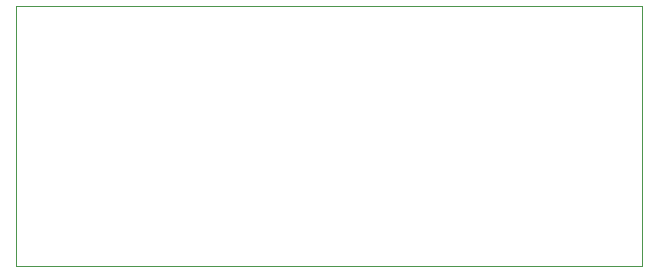
<source format=gbr>
%TF.GenerationSoftware,KiCad,Pcbnew,(6.0.8)*%
%TF.CreationDate,2022-11-19T23:44:09+04:00*%
%TF.ProjectId,MC34063_Buck_Rev2,4d433334-3036-4335-9f42-75636b5f5265,rev?*%
%TF.SameCoordinates,Original*%
%TF.FileFunction,Profile,NP*%
%FSLAX46Y46*%
G04 Gerber Fmt 4.6, Leading zero omitted, Abs format (unit mm)*
G04 Created by KiCad (PCBNEW (6.0.8)) date 2022-11-19 23:44:09*
%MOMM*%
%LPD*%
G01*
G04 APERTURE LIST*
%TA.AperFunction,Profile*%
%ADD10C,0.050000*%
%TD*%
G04 APERTURE END LIST*
D10*
X177000000Y-66000000D02*
X124000000Y-66000000D01*
X124000000Y-66000000D02*
X124000000Y-44000000D01*
X177000000Y-44000000D02*
X177000000Y-66000000D01*
X124000000Y-44000000D02*
X177000000Y-44000000D01*
M02*

</source>
